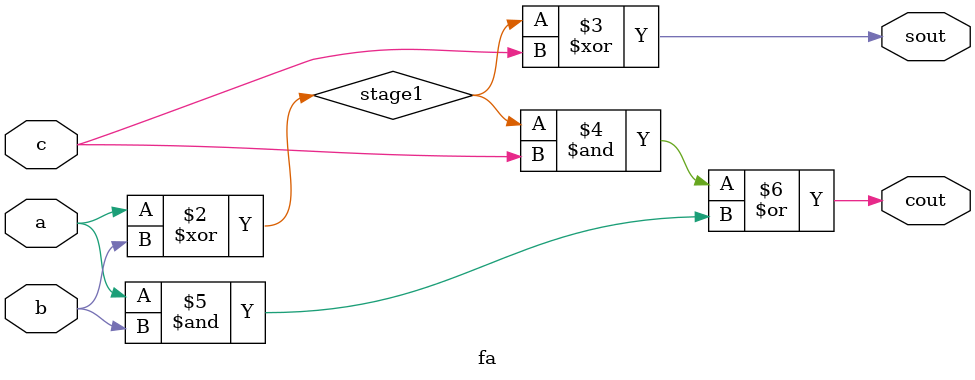
<source format=sv>

module fa (a, b, c, cout, sout);
	input	logic	a;
	input	logic	b;
	input	logic	c;
	output	logic	cout;
	output	logic	sout;
	
	logic stage1;
	
	always_comb begin
		stage1	= a^b;
		sout	= stage1^c;
		cout 	= (stage1 & c) | (a & b);
	end
	
endmodule
</source>
